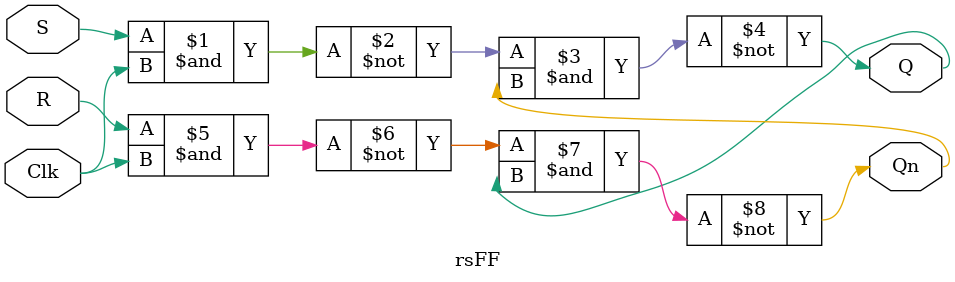
<source format=v>
`timescale 1ns / 1ps

module rsFF(
    input Clk, R, S,
    output Q, Qn
);
assign Q = ~(~(S & Clk) & Qn);
assign Qn = ~(~(R & Clk) & Q);

endmodule

</source>
